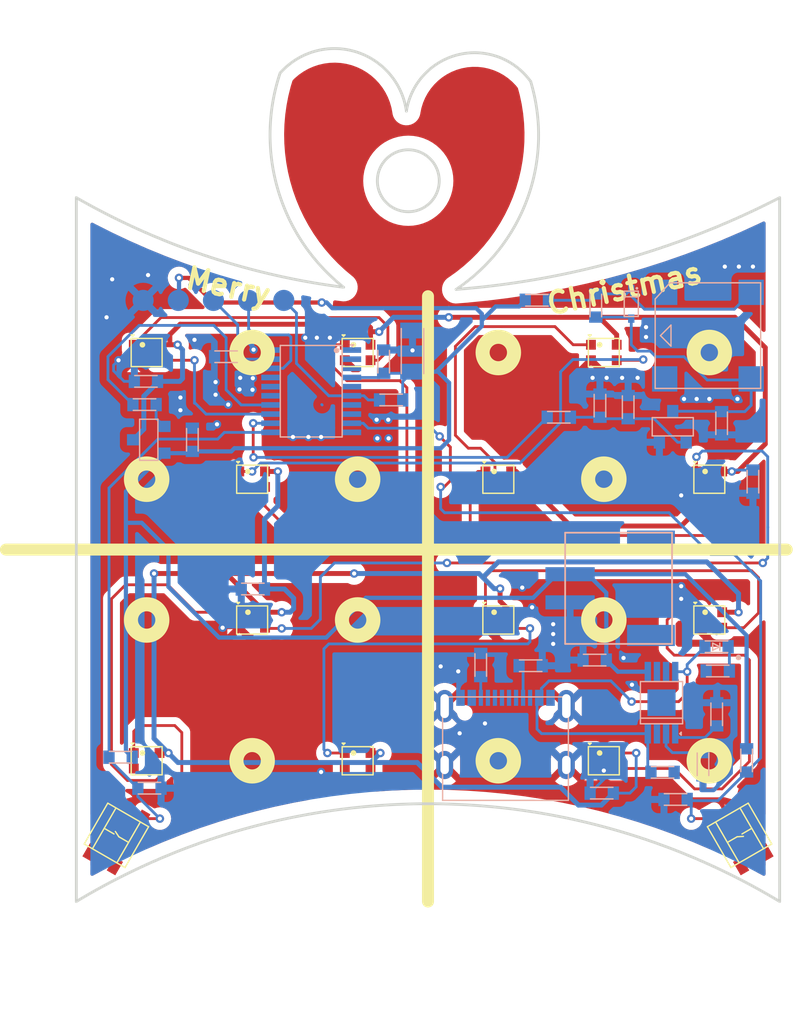
<source format=kicad_pcb>
(kicad_pcb (version 20240108) (generator "pcbnew") (generator_version "8.0")
  (layers (0 "F.Cu" signal) (31 "B.Cu" signal) (34 "B.Paste" user) (35 "F.Paste" user) (36 "B.SilkS" user "B.Silkscreen") (37 "F.SilkS" user "F.Silkscreen") (38 "B.Mask" user) (39 "F.Mask" user) (44 "Edge.Cuts" user))
  (net 0 "")
  (net 1 "/DIN")
  (net 2 "WS_SUPPLY")
  (net 6 "VDD")
  (net 7 "/BTN1")
  (net 12 "Net-(Q2-G)")
  (net 13 "Net-(Q2-D)")
  (net 14 "Net-(C13-Pad2)")
  (net 16 "Net-(CONN2-DP1)")
  (net 17 "VUSB")
  (net 18 "Net-(CONN2-DN1)")
  (net 20 "/PERIPH_SUPPLY")
  (net 22 "/SW_DIO")
  (net 23 "GND")
  (net 24 "Net-(LED1-DO)")
  (net 25 "/BTN2")
  (net 26 "Net-(LED2-DO)")
  (net 27 "Net-(LED3-DO)")
  (net 29 "/RST")
  (net 30 "Net-(LED5-DO)")
  (net 31 "/SW_CLK")
  (net 32 "/BUZZER")
  (net 33 "Net-(LED6-DO)")
  (net 34 "Net-(IC2-TEMP)")
  (net 35 "Net-(LED7-DO)")
  (net 36 "Net-(IC2-PROG)")
  (net 37 "Net-(LED4-DO)")
  (net 38 "Net-(LED8-DO)")
  (net 39 "Net-(Q1-G)")
  (net 40 "Net-(LED10-DI)")
  (net 42 "Net-(LED10-DO)")
  (net 43 "Net-(LED11-DO)")
  (net 45 "Net-(CONN2-CC1)")
  (net 46 "Net-(CONN2-CC2)")
  (net 50 "Net-(IC2-CHRG)")
  (net 51 "Net-(LED13-K)")
  (footprint "BornaKiCad:TSA007A1518B03" (layer "F.Cu") (at 147.15 115.3 -60)
    (property "Reference" "SW1")
    (property "Value" "BZCN_TSA007A1518B03")
  )
  (footprint "BornaKiCad:WS2812B-2020" (layer "F.Cu") (at 145 90)
    (property "Reference" "LED6")
    (property "Value" "WS2812B-2020")
  )
  (footprint "BornaKiCad:WS2812B-2020" (layer "F.Cu") (at 130 90)
    (property "Reference" "LED5")
    (property "Value" "WS2812B-2020")
  )
  (footprint "BornaKiCad:WS2812B-2020" (layer "F.Cu") (at 105 110)
    (property "Reference" "LED8")
    (property "Value" "WS2812B-2020")
  )
  (footprint "BornaKiCad:WS2812B-2020" (layer "F.Cu") (at 145 100)
    (property "Reference" "LED11")
    (property "Value" "WS2812B-2020" (hide yes))
  )
  (footprint "BornaKiCad:WS2812B-2020" (layer "F.Cu") (at 137.5 110)
    (property "Reference" "LED12")
    (property "Value" "WS2812B-2020")
  )
  (footprint "BornaKiCad:WS2812B-2020" (layer "F.Cu") (at 120 81)
    (property "Reference" "LED2")
    (property "Value" "WS2812B-2020")
  )
  (footprint "BornaKiCad:WS2812B-2020" (layer "F.Cu") (at 120 110)
    (property "Reference" "LED9")
    (property "Value" "WS2812B-2020")
  )
  (footprint "BornaKiCad:WS2812B-2020" (layer "F.Cu") (at 112.5 100)
    (property "Reference" "LED7")
    (property "Value" "WS2812B-2020")
  )
  (footprint "BornaKiCad:WS2812B-2020" (layer "F.Cu") (at 105 81)
    (property "Reference" "LED1")
    (property "Value" "WS2812B-2020")
  )
  (footprint "BornaKiCad:TSA007A1518B03" (layer "F.Cu") (at 102.85 115.3 60)
    (property "Reference" "SW2")
    (property "Value" "BZCN_TSA007A1518B03")
  )
  (footprint "BornaKiCad:WS2812B-2020" (layer "F.Cu") (at 130 100)
    (property "Reference" "LED10")
    (property "Value" "WS2812B-2020")
  )
  (footprint "BornaKiCad:WS2812B-2020" (layer "F.Cu") (at 112.5 90)
    (property "Reference" "LED3")
    (property "Value" "WS2812B-2020")
  )
  (footprint "BornaKiCad:WS2812B-2020" (layer "F.Cu") (at 137.5 81)
    (property "Reference" "LED4")
    (property "Value" "WS2812B-2020")
  )
  (footprint "BornaKiCad:R0603" (layer "B.Cu") (at 144.55 110.25 90)
    (property "Reference" "R4")
    (property "Value" "10k")
  )
  (footprint "BornaKiCad:TSSOP20" (layer "B.Cu") (at 116.7 83.75 180)
    (property "Reference" "IC1")
    (property "Value" "STM32C011F6")
  )
  (footprint "BornaKiCad:C0603" (layer "B.Cu") (at 141.675 110.825 180)
    (property "Reference" "C2")
    (property "Value" "100n")
  )
  (footprint "BornaKiCad:C0603" (layer "B.Cu") (at 112.55 97.8)
    (property "Reference" "C5")
    (property "Value" "100n")
  )
  (footprint "BornaKiCad:R0603" (layer "B.Cu") (at 108.25 87.2 -90)
    (property "Reference" "R11" (hide yes))
    (property "Value" "100k")
  )
  (footprint "BornaKiCad:C0603" (layer "B.Cu") (at 105.2 111.95 180)
    (property "Reference" "C10")
    (property "Value" "100n")
  )
  (footprint "BornaKiCad:R0603" (layer "B.Cu") (at 128.75 103.2 90)
    (property "Reference" "R2")
    (property "Value" "5k1")
  )
  (footprint "BornaKiCad:R0603" (layer "B.Cu") (at 103.15 109.75)
    (property "Reference" "R10" (hide yes))
    (property "Value" "10k")
  )
  (footprint "BornaKiCad:R0603" (layer "B.Cu") (at 122.38 84.37 180)
    (property "Reference" "R7")
    (property "Value" "100k")
  )
  (footprint "BornaKiCad:R0603" (layer "B.Cu") (at 110.65 81.3)
    (property "Reference" "R8")
    (property "Value" "100k")
  )
  (footprint "BornaKiCad:C1206" (layer "B.Cu") (at 123.9 80.9 -90)
    (property "Reference" "C8")
    (property "Value" "10uF")
  )
  (footprint "BornaKiCad:C0603" (layer "B.Cu") (at 148.1 90.175 90)
    (property "Reference" "C4")
    (property "Value" "100n")
  )
  (footprint "BornaKiCad:R0603" (layer "B.Cu") (at 145.6 103.625)
    (property "Reference" "R3")
    (property "Value" "10k")
  )
  (footprint "BornaKiCad:C0603" (layer "B.Cu") (at 121.85 81.65 -90)
    (property "Reference" "C7")
    (property "Value" "100n")
  )
  (footprint "BornaKiCad:SOD323" (layer "B.Cu") (at 139.45 77.54 90)
    (property "Reference" "D1")
    (property "Value" "BAT20JFILM")
  )
  (footprint "BornaKiCad:SOT-23-3L" (layer "B.Cu") (at 142.4 86.275 180)
    (property "Reference" "Q2")
    (property "Value" "CJ3400")
  )
  (footprint "BornaKiCad:LED_0603" (layer "B.Cu") (at 145.55 101.9)
    (property "Reference" "LED13")
    (property "Value" "~")
  )
  (footprint "BornaKiCad:TYPE-C_16PIN_2MD(073)" (layer "B.Cu") (at 130.51 109.14 180)
    (property "Reference" "CONN2")
    (property "Value" "TYPE-C_16PIN_2MD(073)")
  )
  (footprint "BornaKiCad:R0603" (layer "B.Cu") (at 104.85 84.7)
    (property "Reference" "R6")
    (property "Value" "100R")
  )
  (footprint "BornaKiCad:R0603" (layer "B.Cu") (at 147.65 109.975 90)
    (property "Reference" "R9")
    (property "Value" "10k")
  )
  (footprint "BornaKiCad:TP-1_5mm" (layer "B.Cu") (at 107.25 77.3 -90)
    (property "Reference" "TP2")
    (property "Value" "~")
  )
  (footprint "BornaKiCad:C0603" (layer "B.Cu") (at 137.35 112.3)
    (property "Reference" "C6")
    (property "Value" "100n")
  )
  (footprint "BornaKiCad:JST_S2B-PH-SM4-TB" (layer "B.Cu") (at 135.1 97.75 90)
    (property "Reference" "CONN1")
    (property "Value" "S2B-PH-SM4-TB")
  )
  (footprint "BornaKiCad:EMSOP" (layer "B.Cu") (at 141.6 105.875 90)
    (property "Reference" "IC2")
    (property "Value" "TP4056-42")
  )
  (footprint "BornaKiCad:R0603" (layer "B.Cu") (at 145.525 106.7 -90)
    (property "Reference" "R5")
    (property "Value" "10k")
  )
  (footprint "BornaKiCad:TP-1_5mm" (layer "B.Cu") (at 114.75 77.3 -90)
    (property "Reference" "TP5")
    (property "Value" "~")
  )
  (footprint "BornaKiCad:C0603" (layer "B.Cu") (at 142.6 112.75)
    (property "Reference" "C9")
    (property "Value" "100n")
  )
  (footprint "BornaKiCad:TP-1_5mm" (layer "B.Cu") (at 109.75 77.3 -90)
    (property "Reference" "TP3")
    (property "Value" "~")
  )
  (footprint "BornaKiCad:C0603" (layer "B.Cu") (at 136.93 77.66 90)
    (property "Reference" "C13")
    (property "Value" "10n")
  )
  (footprint "BornaKiCad:C0603" (layer "B.Cu") (at 137.225 84.775 -90)
    (property "Reference" "C11")
    (property "Value" "DNP")
  )
  (footprint "BornaKiCad:R0603" (layer "B.Cu") (at 134.3 85.6)
    (property "Reference" "R12")
    (property "Value" "100R")
  )
  (footprint "BornaKiCad:C0603" (layer "B.Cu") (at 136.85 102.85)
    (property "Reference" "C3")
    (property "Value" "100n")
  )
  (footprint "BornaKiCad:TP-1_5mm" (layer "B.Cu") (at 104.75 77.3 -90)
    (property "Reference" "TP1")
    (property "Value" "~")
  )
  (footprint "BornaKiCad:SOT-23-3L" (layer "B.Cu") (at 105.15 87.2 -90)
    (property "Reference" "Q1")
    (property "Value" "AO3401A")
  )
  (footprint "BornaKiCad:TP-1_5mm" (layer "B.Cu") (at 112.25 77.3 -90)
    (property "Reference" "TP4")
    (property "Value" "~")
  )
  (footprint "BornaKiCad:MTL-7525" (layer "B.Cu") (at 144.9 79.8 180)
    (property "Reference" "SPK1")
    (property "Value" "MLT-7525")
  )
  (footprint "BornaKiCad:R0603" (layer "B.Cu") (at 132.74 77.29 180)
    (property "Reference" "R14")
    (property "Value" "10R")
  )
  (footprint "BornaKiCad:R0603" (layer "B.Cu") (at 139.23 84.88 -90)
    (property "Reference" "R13")
    (property "Value" "100k")
  )
  (footprint "BornaKiCad:R0603" (layer "B.Cu") (at 132.3 103.25)
    (property "Reference" "R1")
    (property "Value" "5k1")
  )
  (footprint "BornaKiCad:C0603" (layer "B.Cu") (at 104.95 83.05)
    (property "Reference" "C1")
    (property "Value" "100n")
  )
  (footprint "BornaKiCad:C0603" (layer "B.Cu") (at 145.875 86.025 90)
    (property "Reference" "C12")
    (property "Value" "DNP")
  )
  (gr_circle (center 145 81) (end 146.118034 81) (stroke (width 1)) (fill none) (layer "F.SilkS"))
  (gr_circle (center 145 110) (end 146.118034 110) (stroke (width 1)) (fill none) (layer "F.SilkS"))
  (gr_circle (center 130 110) (end 131.118034 110) (stroke (width 1)) (fill none) (layer "F.SilkS"))
  (gr_circle (center 120 90) (end 121.118034 90) (stroke (width 1)) (fill none) (layer "F.SilkS"))
  (gr_line (start 125 120) (end 125 77) (stroke (width 0.85)) (layer "F.SilkS"))
  (gr_circle (center 137.5 90) (end 138.618034 90) (stroke (width 1)) (fill none) (layer "F.SilkS"))
  (gr_circle (center 112.5 81) (end 113.618034 81) (stroke (width 1)) (fill none) (layer "F.SilkS"))
  (gr_circle (center 105 90) (end 106.118034 90) (stroke (width 1)) (fill none) (layer "F.SilkS"))
  (gr_line (start 95 95) (end 150.5 95) (stroke (width 0.85)) (layer "F.SilkS"))
  (gr_circle (center 112.5 110) (end 113.618034 110) (stroke (width 1)) (fill none) (layer "F.SilkS"))
  (gr_circle (center 137.5 100) (end 138.618034 100) (stroke (width 1)) (fill none) (layer "F.SilkS"))
  (gr_circle (center 120 100) (end 121.118034 100) (stroke (width 1)) (fill none) (layer "F.SilkS"))
  (gr_circle (center 105 100) (end 106.118034 100) (stroke (width 1)) (fill none) (layer "F.SilkS"))
  (gr_circle (center 130 81) (end 131.118034 81) (stroke (width 1)) (fill none) (layer "F.SilkS"))
  (gr_arc (start 123.465836 63.853887) (mid 127.177031 59.837949) (end 132.299998 61.75) (stroke (width 0.2)) (layer "Edge.Cuts"))
  (gr_arc (start 132.299998 61.75) (mid 132.087681 70.008002) (end 127 76.516087) (stroke (width 0.2)) (layer "Edge.Cuts"))
  (gr_arc (start 119 76.36521) (mid 114.34073 69.462737) (end 114.491712 61.136266) (stroke (width 0.2)) (layer "Edge.Cuts"))
  (gr_line (start 150 70) (end 150 120) (stroke (width 0.2)) (layer "Edge.Cuts"))
  (gr_arc (start 150 70) (mid 138.826112 74.40913) (end 127 76.516087) (stroke (width 0.2)) (layer "Edge.Cuts"))
  (gr_circle (center 123.6 68.8) (end 125.8 68.8) (stroke (width 0.2)) (fill none) (layer "Edge.Cuts"))
  (gr_arc (start 100 120) (mid 125 113.054162) (end 150 120) (stroke (width 0.2)) (layer "Edge.Cuts"))
  (gr_arc (start 114.500954 61.136266) (mid 119.853355 59.631527) (end 123.465834 63.857923) (stroke (width 0.2)) (layer "Edge.Cuts"))
  (gr_arc (start 119 76.36521) (mid 109.186094 74.119608) (end 100 70) (stroke (width 0.2)) (layer "Edge.Cuts"))
  (gr_line (start 100 70) (end 100 120) (stroke (width 0.2)) (layer "Edge.Cuts"))
  (gr_text "Merry" (at 107.5 76.5 348) (layer "F.SilkS") (effects (font (size 1.5 1.5) (thickness 0.3) (bold yes)) (justify left bottom)))
  (gr_text "Christmas\n" (at 133.5 78.5 12) (layer "F.SilkS") (effects (font (size 1.5 1.5) (thickness 0.3) (bold yes)) (justify left bottom)))
  (segment (start 147.975 81.775) (end 149 81.775) (width 0) (layer "B.Cu") (net 0))
  (segment (start 148.75 81.76) (end 148.75 81.775) (width 0) (layer "B.Cu") (net 0))
  (segment (start 149 81.775) (end 149 77.825) (width 0) (layer "B.Cu") (net 0))
  (segment (start 146.84 82.65) (end 146.84 81.81) (width 0) (layer "B.Cu") (net 0))
  (segment (start 148.75 81.775) (end 147.975 81.775) (width 0) (layer "B.Cu") (net 0))
  (segment (start 149 78.1) (end 147.975 79.125) (width 0) (layer "B.Cu") (net 0))
  (segment (start 147.975 79.125) (end 147.975 81.775) (width 0) (layer "B.Cu") (net 0))
  (segment (start 146.84 81.81) (end 146.89 81.76) (width 0) (layer "B.Cu") (net 0))
  (segment (start 149 77.825) (end 149 78.1) (width 0) (layer "B.Cu") (net 0))
  (segment (start 146.89 81.76) (end 148.75 81.76) (width 0) (layer "B.Cu") (net 0))
  (segment (start 105.915 81.55) (end 108 81.55) (width 0.2) (layer "F.Cu") (net 1))
  (segment (start 108 81.55) (end 108.4 81.55) (width 0.2) (layer "F.Cu") (net 1))
  (via (at 108.4 81.55) (size 0.6) (drill 0.3) (layers "F.Cu" "B.Cu") (net 1))
  (segment (start 109.225 85.375) (end 113.825 85.375) (width 0.2) (layer "B.Cu") (net 1))
  (segment (start 108.4 81.55) (end 108.4 84.6) (width 0.2) (layer "B.Cu") (net 1))
  (segment (start 108.45 84.6) (end 109.225 85.375) (width 0.2) (layer "B.Cu") (net 1))
  (segment (start 108.4 84.6) (end 108.45 84.6) (width 0.2) (layer "B.Cu") (net 1))
  (segment (start 110.45 96.7) (end 119.75 96.7) (width 0.35) (layer "F.Cu") (net 2))
  (segment (start 148.975 87.5) (end 147.025 89.45) (width 0.35) (layer "F.Cu") (net 2))
  (segment (start 145.915 99.45) (end 147.075 99.45) (width 0.35) (layer "F.Cu") (net 2))
  (segment (start 106.65 80.45) (end 107.2 80.45) (width 0.35) (layer "F.Cu") (net 2))
  (segment (start 130.125 98.66) (end 130.915 99.45) (width 0.35) (layer "F.Cu") (net 2))
  (segment (start 105.915 109.45) (end 106.55 109.45) (width 0.35) (layer "F.Cu") (net 2))
  (segment (start 145.915 89.45) (end 145.365 89.45) (width 0.35) (layer "F.Cu") (net 2))
  (segment (start 113.415 99.45) (end 114.6 99.45) (width 0.35) (layer "F.Cu") (net 2))
  (segment (start 147.025 89.45) (end 145.915 89.45) (width 0.35) (layer "F.Cu") (net 2))
  (segment (start 144.81 91.515) (end 143 93.325) (width 0.35) (layer "F.Cu") (net 2))
  (segment (start 130.125 97.775) (end 130.125 98.66) (width 0.35) (layer "F.Cu") (net 2))
  (segment (start 138.415 109.45) (end 139.8 109.45) (width 0.2) (layer "F.Cu") (net 2))
  (segment (start 138.415 79.74) (end 138.415 80.45) (width 0.35) (layer "F.Cu") (net 2))
  (segment (start 105.915 80.45) (end 106.65 80.45) (width 0.35) (layer "F.Cu") (net 2))
  (segment (start 145.365 89.45) (end 144.81 90.005) (width 0.35) (layer "F.Cu") (net 2))
  (segment (start 119.75 96.7) (end 119.825 96.7) (width 0.35) (layer "F.Cu") (net 2))
  (segment (start 106.65 80.45) (end 106.65 79.725) (width 0.35) (layer "F.Cu") (net 2))
  (segment (start 146.825 78.5) (end 148.975 80.65) (width 0.35) (layer "F.Cu") (net 2))
  (segment (start 107.3825 78.9925) (end 120.675 78.9925) (width 0.35) (layer "F.Cu") (net 2))
  (segment (start 120.915 79.2325) (end 120.915 79.525) (width 0.35) (layer "F.Cu") (net 2))
  (segment (start 148.975 80.65) (end 148.975 87.5) (width 0.35) (layer "F.Cu") (net 2))
  (segment (start 131.265 89.45) (end 130.915 89.45) (width 0.35) (layer "F.Cu") (net 2))
  (segment (start 137.175 78.5) (end 138.415 79.74) (width 0.35) (layer "F.Cu") (net 2))
  (segment (start 113.415 99.45) (end 110.665 96.7) (width 0.35) (layer "F.Cu") (net 2))
  (segment (start 120.915 79.525) (end 120.915 80.45) (width 0.35) (layer "F.Cu") (net 2))
  (segment (start 120.675 78.9925) (end 120.915 79.2325) (width 0.35) (layer "F.Cu") (net 2))
  (segment (start 126.475 78.5) (end 137.175 78.5) (width 0.35) (layer "F.Cu") (net 2))
  (segment (start 120.915 79.525) (end 121.525 79.525) (width 0.35) (layer "F.Cu") (net 2))
  (segment (start 144.81 90.005) (end 144.81 91.515) (width 0.35) (layer "F.Cu") (net 2))
  (segment (start 110.45 96.7) (end 105.525 96.7) (width 0.35) (layer "F.Cu") (net 2))
  (segment (start 145.915 89.45) (end 146.6 89.45) (width 0.2) (layer "F.Cu") (net 2))
  (segment (start 110.665 96.7) (end 110.45 96.7) (width 0.35) (layer "F.Cu") (net 2))
  (segment (start 106.65 79.725) (end 107.3825 78.9925) (width 0.35) (layer "F.Cu") (net 2))
  (segment (start 121.615 109.45) (end 120.915 109.45) (width 0.35) (layer "F.Cu") (net 2))
  (segment (start 143 93.325) (end 135.14 93.325) (width 0.35) (layer "F.Cu") (net 2))
  (segment (start 135.14 93.325) (end 131.265 89.45) (width 0.35) (layer "F.Cu") (net 2))
  (segment (start 137.175 78.5) (end 146.825 78.5) (width 0.35) (layer "F.Cu") (net 2))
  (segment (start 113.415 89.45) (end 114.325 89.45) (width 0.35) (layer "F.Cu") (net 2))
  (via (at 121.615 109.45) (size 0.6) (drill 0.3) (layers "F.Cu" "B.Cu") (net 2))
  (via (at 119.75 96.7) (size 0.6) (drill 0.3) (layers "F.Cu" "B.Cu") (net 2))
  (via (at 121.525 79.525) (size 0.6) (drill 0.3) (layers "F.Cu" "B.Cu") (net 2))
  (via (at 106.55 109.45) (size 0.6) (drill 0.3) (layers "F.Cu" "B.Cu") (net 2))
  (via (at 130.125 97.775) (size 0.6) (drill 0.3) (layers "F.Cu" "B.Cu") (net 2))
  (via (at 114.325 89.45) (size 0.6) (drill 0.3) (layers "F.Cu" "B.Cu") (net 2))
  (via (at 105.525 96.7) (size 0.6) (drill 0.3) (layers "F.Cu" "B.Cu") (net 2))
  (via (at 126.475 78.5) (size 0.6) (drill 0.3) (layers "F.Cu" "B.Cu") (net 2))
  (via (at 114.6 99.45) (size 0.6) (drill 0.3) (layers "F.Cu" "B.Cu") (net 2))
  (via (at 139.8 109.45) (size 0.6) (drill 0.3) (layers "F.Cu" "B.Cu") (net 2))
  (via (at 107.2 80.45) (size 0.6) (drill 0.3) (layers "F.Cu" "B.Cu") (net 2))
  (via (at 147.075 99.45) (size 0.6) (drill 0.3) (layers "F.Cu" "B.Cu") (net 2))
  (via (at 146.6 89.45) (size 0.6) (drill 0.3) (layers "F.Cu" "B.Cu") (net 2))
  (segment (start 104.8 86.45) (end 104.05 87.2) (width 0.35) (layer "B.Cu") (net 2))
  (segment (start 124.231142 110.125) (end 125.982763 111.876621) (width 0.35) (layer "B.Cu") (net 2))
  (segment (start 107.2 80.45) (end 107.55 80.8) (width 0.35) (layer "B.Cu") (net 2))
  (segment (start 148.1 89.35) (end 146.7 89.35) (width 0.2) (layer "B.Cu") (net 2))
  (segment (start 128.9 96.975) (end 129.5 97.575) (width 0.35) (layer "B.Cu") (net 2))
  (segment (start 121.525 79.525) (end 122.55 78.5) (width 0.35) (layer "B.Cu") (net 2))
  (segment (start 107.35 83.05) (end 105.775 83.05) (width 0.35) (layer "B.Cu") (net 2))
  (segment (start 105.775 83.125) (end 104.8 84.1) (width 0.35) (layer "B.Cu") (net 2))
  (segment (start 147.075 98.125) (end 147.075 99.45) (width 0.35) (layer "B.Cu") (net 2))
  (segment (start 129.5 97.575) (end 129.7 97.775) (width 0.35) (layer "B.Cu") (net 2))
  (segment (start 137.325 113.15) (end 138.175 112.3) (width 0.35) (layer "B.Cu") (net 2))
  (segment (start 144.825 95.875) (end 147.075 98.125) (width 0.35) (layer "B.Cu") (net 2))
  (segment (start 105.775 83.05) (end 105.775 83.125) (width 0.35) (layer "B.Cu") (net 2))
  (segment (start 120.94 110.125) (end 124.231142 110.125) (width 0.35) (layer "B.Cu") (net 2))
  (segment (start 139.8 111.85) (end 139.35 112.3) (width 0.2) (layer "B.Cu") (net 2))
  (segment (start 128.9 96.975) (end 130 95.875) (width 0.35) (layer "B.Cu") (net 2))
  (segment (start 115.45 98.45) (end 114.8 97.8) (width 0.35) (layer "B.Cu") (net 2))
  (segment (start 114.8 97.8) (end 113.375 97.8) (width 0.35) (layer "B.Cu") (net 2))
  (segment (start 134.422026 111.876621) (end 135.695405 113.15) (width 0.35) (layer "B.Cu") (net 2))
  (segment (start 128.625 96.7) (end 128.9 96.975) (width 0.35) (layer "B.Cu") (net 2))
  (segment (start 139.8 109.45) (end 139.8 111.85) (width 0.2) (layer "B.Cu") (net 2))
  (segment (start 106.55 109.45) (end 105.525 108.425) (width 0.35) (layer "B.Cu") (net 2))
  (segment (start 121.615 109.45) (end 120.94 110.125) (width 0.35) (layer "B.Cu") (net 2))
  (segment (start 107.225 110.125) (end 106.55 109.45) (width 0.35) (layer "B.Cu") (net 2))
  (segment (start 122.55 78.5) (end 126.475 78.5) (width 0.35) (layer "B.Cu") (net 2))
  (segment (start 104.8 84.1) (end 104.8 86.45) (width 0.35) (layer "B.Cu") (net 2))
  (segment (start 139.35 112.3) (end 138.175 112.3) (width 0.2) (layer "B.Cu") (net 2))
  (segment (start 113.375 92.85) (end 113.375 97.8) (width 0.35) (layer "B.Cu") (net 2))
  (segment (start 107.55 82.85) (end 107.35 83.05) (width 0.35) (layer "B.Cu") (net 2))
  (segment (start 114.325 89.45) (end 114.325 91.9) (width 0.35) (layer "B.Cu") (net 2))
  (segment (start 115.45 99.2) (end 115.45 98.45) (width 0.35) (layer "B.Cu") (net 2))
  (segment (start 130 95.875) (end 144.825 95.875) (width 0.35) (layer "B.Cu") (net 2))
  (segment (start 115.2 99.45) (end 115.45 99.2) (width 0.35) (layer "B.Cu") (net 2))
  (segment (start 125.982763 111.876621) (end 134.422026 111.876621) (width 0.35) (layer "B.Cu") (net 2))
  (segment (start 146.7 89.35) (end 146.6 89.45) (width 0.2) (layer "B.Cu") (net 2))
  (segment (start 129.7 97.775) (end 130.125 97.775) (width 0.35) (layer "B.Cu") (net 2))
  (segment (start 105.525 108.425) (end 105.525 96.7) (width 0.35) (layer "B.Cu") (net 2))
  (segment (start 120.94 110.125) (end 107.225 110.125) (width 0.35) (layer "B.Cu") (net 2))
  (segment (start 114.6 99.45) (end 115.2 99.45) (width 0.35) (layer "B.Cu") (net 2))
  (segment (start 107.55 80.8) (end 107.55 82.85) (width 0.35) (layer "B.Cu") (net 2))
  (segment (start 114.325 91.9) (end 113.375 92.85) (width 0.35) (layer "B.Cu") (net 2))
  (segment (start 135.695405 113.15) (end 137.325 113.15) (width 0.35) (layer "B.Cu") (net 2))
  (segment (start 119.75 96.7) (end 128.625 96.7) (width 0.35) (layer "B.Cu") (net 2))
  (segment (start 110.05 77.45) (end 109.75 77.45) (width 0.3) (layer "F.Cu") (net 6))
  (segment (start 108.1 75.8) (end 108 75.7) (width 0.3) (layer "F.Cu") (net 6))
  (segment (start 110.05 77.45) (end 117.45 77.45) (width 0.3) (layer "F.Cu") (net 6))
  (segment (start 107.5 75.7) (end 107.3 75.7) (width 0.3) (layer "F.Cu") (net 6))
  (segment (start 109.75 77.45) (end 108.1 75.8) (width 0.3) (layer "F.Cu") (net 6))
  (segment (start 108 75.7) (end 107.5 75.7) (width 0.3) (layer "F.Cu") (net 6))
  (via (at 107.3 75.7) (size 0.6) (drill 0.3) (layers "F.Cu" "B.Cu") (net 6))
  (via (at 117.45 77.45) (size 0.6) (drill 0.3) (layers "F.Cu" "B.Cu") (net 6))
  (segment (start 131.475 77.73) (end 131.915 77.29) (width 0.3) (layer "B.Cu") (net 6))
  (segment (start 106.55 95) (end 104.65 93.1) (width 0.3) (layer "B.Cu") (net 6))
  (segment (start 118.45 77.85) (end 118.2 77.85) (width 0.3) (layer "B.Cu") (net 6))
  (segment (start 123.7875 82.475) (end 123.9 82.3625) (width 0.2) (layer "B.Cu") (net 6))
  (segment (start 137.675 98.075) (end 136.35 96.75) (width 0.3) (layer "B.Cu") (net 6))
  (segment (start 123.9 82.3625) (end 125.5875 82.3625) (width 0.3) (layer "B.Cu") (net 6))
  (segment (start 119.575 82.775) (end 121.55 82.775) (width 0.2) (layer "B.Cu") (net 6))
  (segment (start 104.65 93.1) (end 103.525 93.1) (width 0.3) (layer "B.Cu") (net 6))
  (segment (start 103.975 109.75) (end 103.525 109.3) (width 0.3) (layer "B.Cu") (net 6))
  (segment (start 126.5 83.15) (end 125.65 82.3) (width 0.3) (layer "B.Cu") (net 6))
  (segment (start 123.205 84.37) (end 123.205 83.0575) (width 0.2) (layer "B.Cu") (net 6))
  (segment (start 108.125 88.15) (end 108.25 88.025) (width 0.3) (layer "B.Cu") (net 6))
  (segment (start 125.909239 87.8) (end 126.10462 87.60462) (width 0.3) (layer "B.Cu") (net 6))
  (segment (start 118.2 77.85) (end 117.8 77.45) (width 0.3) (layer "B.Cu") (net 6))
  (segment (start 135.1 96.75) (end 143.3 96.75) (width 0.3) (layer "B.Cu") (net 6))
  (segment (start 125.90924 87.8) (end 126.10462 87.60462) (width 0.3) (layer "B.Cu") (net 6))
  (segment (start 111.24071 87.8) (end 125.90924 87.8) (width 0.3) (layer "B.Cu") (net 6))
  (segment (start 111.01571 88.025) (end 111.24071 87.8) (width 0.3) (layer "B.Cu") (net 6))
  (segment (start 137.675 102.85) (end 137.675 98.075) (width 0.3) (layer "B.Cu") (net 6))
  (segment (start 132.475 98.425) (end 120.588604 98.425) (width 0.3) (layer "B.Cu") (net 6))
  (segment (start 128.825 79.125) (end 128.825 78.72) (width 0.3) (layer "B.Cu") (net 6))
  (segment (start 128.825 78.72) (end 128.825 78.25) (width 0.3) (layer "B.Cu") (net 6))
  (segment (start 138.5 103.675) (end 137.675 102.85) (width 0.3) (layer "B.Cu") (net 6))
  (segment (start 128.425 77.85) (end 118.45 77.85) (width 0.3) (layer "B.Cu") (net 6))
  (segment (start 140.625 103.675) (end 138.5 103.675) (width 0.3) (layer "B.Cu") (net 6))
  (segment (start 118.45 77.85) (end 118.3 77.85) (width 0.3) (layer "B.Cu") (net 6))
  (segment (start 121.55 82.775) (end 121.85 82.475) (width 0.2) (layer "B.Cu") (net 6))
  (segment (start 126.10462 87.60462) (end 126.5 87.209239) (width 0.3) (layer "B.Cu") (net 6))
  (segment (start 117.763604 101.25) (end 110.15 101.25) (width 0.3) (layer "B.Cu") (net 6))
  (segment (start 107.3 75.7) (end 107.3 77.25) (width 0.3) (layer "B.Cu") (net 6))
  (segment (start 103.525 93.1) (end 103.525 90.875) (width 0.3) (layer "B.Cu") (net 6))
  (segment (start 110.15 101.25) (end 106.55 97.65) (width 0.3) (layer "B.Cu") (net 6))
  (segment (start 103.525 109.3) (end 103.525 93.1) (width 0.3) (layer "B.Cu") (net 6))
  (segment (start 121.85 82.475) (end 123.7875 82.475) (width 0.2) (layer "B.Cu") (net 6))
  (segment (start 135.1 96.75) (end 134.15 96.75) (width 0.3) (layer "B.Cu") (net 6))
  (segment (start 120.588604 98.425) (end 117.763604 101.25) (width 0.3) (layer "B.Cu") (net 6))
  (segment (start 129.815 77.73) (end 131.475 77.73) (width 0.3) (layer "B.Cu") (net 6))
  (segment (start 125.65 82.3) (end 128.825 79.125) (width 0.3) (layer "B.Cu") (net 6))
  (segment (start 136.35 96.75) (end 135.1 96.75) (width 0.2) (layer "B.Cu") (net 6))
  (segment (start 128.825 78.72) (end 129.815 77.73) (width 0.3) (layer "B.Cu") (net 6))
  (segment (start 143.3 96.75) (end 147.65 101.1) (width 0.3) (layer "B.Cu") (net 6))
  (segment (start 126.5 87.209239) (end 126.5 83.15) (width 0.3) (layer "B.Cu") (net 6))
  (segment (start 147.65 101.1) (end 147.65 109.15) (width 0.3) (layer "B.Cu") (net 6))
  (segment (start 107.3 77.25) (end 107.25 77.3) (width 0.3) (layer "B.Cu") (net 6))
  (segment (start 125.5875 82.3625) (end 125.65 82.3) (width 0.3) (layer "B.Cu") (net 6))
  (segment (start 106.25 88.15) (end 108.125 88.15) (width 0.3) (layer "B.Cu") (net 6))
  (segment (start 103.525 90.875) (end 106.25 88.15) (width 0.3) (layer "B.Cu") (net 6))
  (segment (start 111.01571 88.025) (end 108.25 88.025) (width 0.3) (layer "B.Cu") (net 6))
  (segment (start 117.8 77.45) (end 117.45 77.45) (width 0.3) (layer "B.Cu") (net 6))
  (segment (start 128.825 78.25) (end 128.425 77.85) (width 0.3) (layer "B.Cu") (net 6))
  (segment (start 123.205 83.0575) (end 123.9 82.3625) (width 0.2) (layer "B.Cu") (net 6))
  (segment (start 106.55 97.65) (end 106.55 95) (width 0.3) (layer "B.Cu") (net 6))
  (segment (start 134.15 96.75) (end 132.475 98.425) (width 0.3) (layer "B.Cu") (net 6))
  (segment (start 126.57 90.13) (end 126.15 90.55) (width 0.2) (layer "F.Cu") (net 7))
  (segment (start 126.15 90.55) (end 125.9 90.55) (width 0.2) (layer "F.Cu") (net 7))
  (segment (start 147.258975 116.06125) (end 147.258975 117.48875) (width 0.2) (layer "F.Cu") (net 7))
  (segment (start 126.59 90.13) (end 126.57 90.13) (width 0.2) (layer "F.Cu") (net 7))
  (segment (start 125.83 86.96) (end 126.59 87.72) (width 0.2) (layer "F.Cu") (net 7))
  (segment (start 145.308975 114.11125) (end 143.71125 114.11125) (width 0.2) (layer "F.Cu") (net 7))
  (segment (start 126.59 87.72) (end 126.59 90.13) (width 0.2) (layer "F.Cu") (net 7))
  (segment (start 145.308975 114.11125) (end 147.258975 116.06125) (width 0.2) (layer "F.Cu") (net 7))
  (via (at 125.83 86.96) (size 0.6) (drill 0.3) (layers "F.Cu" "B.Cu") (net 7))
  (via (at 125.9 90.55) (size 0.6) (drill 0.3) (layers "F.Cu" "B.Cu") (net 7))
  (via (at 143.71125 114.11125) (size 0.6) (drill 0.3) (layers "F.Cu" "B.Cu") (net 7))
  (segment (start 148.65 97.225) (end 146.775 95.35) (width 0.2) (layer "B.Cu") (net 7))
  (segment (start 143.71125 114.11125) (end 143.71125 113.03625) (width 0.2) (layer "B.Cu") (net 7))
  (segment (start 120.75 86.375) (end 125.245 86.375) (width 0.2) (layer "B.Cu") (net 7))
  (segment (start 120.4 86.025) (end 120.75 86.375) (width 0.2) (layer "B.Cu") (net 7))
  (segment (start 145.1 95.35) (end 142.13 92.38) (width 0.2) (layer "B.Cu") (net 7))
  (segment (start 143.425 112.75) (end 143.5125 112.8375) (width 0.2) (layer "B.Cu") (net 7))
  (segment (start 119.575 86.025) (end 120.4 86.025) (width 0.2) (layer "B.Cu") (net 7))
  (segment (start 145.6125 112.8375) (end 147.65 110.8) (width 0.2) (layer "B.Cu") (net 7))
  (segment (start 125.245 86.375) (end 125.83 86.96) (width 0.2) (layer "B.Cu") (net 7))
  (segment (start 125.9 92.1) (end 125.9 90.55) (width 0.2) (layer "B.Cu") (net 7))
  (segment (start 143.71125 113.03625) (end 143.425 112.75) (width 0.2) (layer "B.Cu") (net 7))
  (segment (start 147.65 110.8) (end 148.65 109.8) (width 0.2) (layer "B.Cu") (net 7))
  (segment (start 146.775 95.35) (end 145.1 95.35) (width 0.2) (layer "B.Cu") (net 7))
  (segment (start 126.18 92.38) (end 125.9 92.1) (width 0.2) (layer "B.Cu") (net 7))
  (segment (start 148.65 109.8) (end 148.65 97.225) (width 0.2) (layer "B.Cu") (net 7))
  (segment (start 142.13 92.38) (end 126.18 92.38) (width 0.2) (layer "B.Cu") (net 7))
  (segment (start 143.5125 112.8375) (end 145.6125 112.8375) (width 0.2) (layer "B.Cu") (net 7))
  (segment (start 141.08 85.705) (end 139.23 85.705) (width 0.2) (layer "B.Cu") (net 12))
  (segment (start 137.33 85.705) (end 137.225 85.6) (width 0.2) (layer "B.Cu") (net 12))
  (segment (start 139.23 85.705) (end 137.33 85.705) (width 0.2) (layer "B.Cu") (net 12))
  (segment (start 143.35 87.375) (end 142.75 87.375) (width 0.2) (layer "B.Cu") (net 12))
  (segment (start 135.125 85.6) (end 137.225 85.6) (width 0.2) (layer "B.Cu") (net 12))
  (segment (start 142.75 87.375) (end 141.08 85.705) (width 0.2) (layer "B.Cu") (net 12))
  (segment (start 147.9 82.95) (end 147.975 82.875) (width 0.2) (layer "B.Cu") (net 13))
  (segment (start 147.525 85.2) (end 147.975 84.75) (width 0.2) (layer "B.Cu") (net 13))
  (segment (start 145.875 85.2) (end 147.525 85.2) (width 0.2) (layer "B.Cu") (net 13))
  (segment (start 143.2 81.3) (end 144.85 82.95) (width 0.2) (layer "B.Cu") (net 13))
  (segment (start 141.2 81.3) (end 143.2 81.3) (width 0.2) (layer "B.Cu") (net 13))
  (segment (start 144.85 82.95) (end 147.9 82.95) (width 0.2) (layer "B.Cu") (net 13))
  (segment (start 139.34 78.485) (end 139.45 78.595) (width 0.2) (layer "B.Cu") (net 13))
  (segment (start 139.45 78.595) (end 139.45 80.45) (width 0.2) (layer "B.Cu") (net 13))
  (segment (start 139.45 80.45) (end 139.9 80.9) (width 0.2) (layer "B.Cu") (net 13))
  (segment (start 136.93 78.485) (end 139.34 78.485) (width 0.2) (layer "B.Cu") (net 13))
  (segment (start 147.975 84.75) (end 147.975 82.875) (width 0.2) (layer "B.Cu") (net 13))
  (segment (start 139.9 80.9) (end 140.8 80.9) (width 0.2) (layer "B.Cu") (net 13))
  (segment (start 145.85 85.175) (end 145.875 85.2) (width 0.2) (layer "B.Cu") (net 13))
  (segment (start 140.8 80.9) (end 141.2 81.3) (width 0.2) (layer "B.Cu") (net 13))
  (segment (start 142.4 85.175) (end 145.85 85.175) (width 0.2) (layer "B.Cu") (net 13))
  (segment (start 139.45 76.485) (end 139.45 76.98) (width 0.2) (layer "B.Cu") (net 14))
  (segment (start 139.45 76.98) (end 140.395 77.925) (width 0.2) (layer "B.Cu") (net 14))
  (segment (start 136.475 77.29) (end 136.93 76.835) (width 0.2) (layer "B.Cu") (net 14))
  (segment (start 140.395 77.925) (end 146.775 77.925) (width 0.2) (layer "B.Cu") (net 14))
  (segment (start 136.93 76.835) (end 139.1 76.835) (width 0.2) (layer "B.Cu") (net 14))
  (segment (start 147.74 76.725) (end 147.975 76.725) (width 0.2) (layer "B.Cu") (net 14))
  (segment (start 146.775 77.925) (end 147.975 76.725) (width 0.2) (layer "B.Cu") (net 14))
  (segment (start 139.1 76.835) (end 139.45 76.485) (width 0.2) (layer "B.Cu") (net 14))
  (segment (start 133.565 77.29) (end 136.475 77.29) (width 0.2) (layer "B.Cu") (net 14))
  (segment (start 142.825 105.8) (end 139.475 105.8) (width 0.2) (layer "F.Cu") (net 17))
  (segment (start 143.425 103.675) (end 143.425 105.2) (width 0.2) (layer "F.Cu") (net 17))
  (segment (start 143.425 105.2) (end 142.825 105.8) (width 0.2) (layer "F.Cu") (net 17))
  (via (at 143.425 103.675) (size 0.6) (drill 0.3) (layers "F.Cu" "B.Cu") (net 17))
  (via (at 139.475 105.8) (size 0.6) (drill 0.3) (layers "F.Cu" "B.Cu") (net 17))
  (segment (start 140.625 110.6) (end 140.85 110.825) (width 0.2) (layer "B.Cu") (net 17))
  (segment (start 133.6 104.325) (end 133.06 104.865) (width 0.2) (layer "B.Cu") (net 17))
  (segment (start 133.075 108.075) (end 132.75 107.75) (width 0.2) (layer "B.Cu") (net 17))
  (segment (start 142.575 103.675) (end 143.425 103.675) (width 0.2) (layer "B.Cu") (net 17))
  (segment (start 140.625 108.075) (end 140.625 110.6) (width 0.2) (layer "B.Cu") (net 17))
  (segment (start 133.06 104.865) (end 133.06 105.53) (width 0.2) (layer "B.Cu") (net 17))
  (segment (start 138 104.325) (end 133.6 104.325) (width 0.2) (layer "B.Cu") (net 17))
  (segment (start 140.625 108.075) (end 133.075 108.075) (width 0.2) (layer "B.Cu") (net 17))
  (segment (start 132.75 107.75) (end 132.75 105.54) (width 0.2) (layer "B.Cu") (net 17))
  (segment (start 143.425 103.162) (end 144.687 101.9) (width 0.2) (layer "B.Cu") (net 17))
  (segment (start 143.425 103.675) (end 143.425 103.162) (width 0.2) (layer "B.Cu") (net 17))
  (segment (start 139.475 105.8) (end 138 104.325) (width 0.2) (layer "B.Cu") (net 17))
  (segment (start 104.459925 79.075) (end 102.25 81.284925) (width 0.2) (layer "B.Cu") (net 20))
  (segment (start 110.65 79.95) (end 110.65 83.65) (width 0.2) (layer "B.Cu") (net 20))
  (segment (start 104.459925 79.075) (end 109.775 79.075) (width 0.2) (layer "B.Cu") (net 20))
  (segment (start 111.725 84.725) (end 113.825 84.725) (width 0.2) (layer "B.Cu") (net 20))
  (segment (start 102.25 82.925) (end 104.025 84.7) (width 0.2) (layer "B.Cu") (net 20))
  (segment (start 109.775 79.075) (end 110.65 79.95) (width 0.2) (layer "B.Cu") (net 20))
  (segment (start 110.65 83.65) (end 111.725 84.725) (width 0.2) (layer "B.Cu") (net 20))
  (segment (start 102.25 81.284925) (end 102.25 82.925) (width 0.2) (layer "B.Cu") (net 20))
  (segment (start 112.25 77.3) (end 112.25 79.35) (width 0.2) (layer "B.Cu") (net 22))
  (segment (start 112.25 79.35) (end 112.65 79.75) (width 0.2) (layer "B.Cu") (net 22))
  (segment (start 114.7 82.125) (end 115.25 81.575) (width 0.2) (layer "B.Cu") (net 22))
  (segment (start 113.825 82.125) (end 114.7 82.125) (width 0.2) (layer "B.Cu") (net 22))
  (segment (start 115.1 79.75) (end 112.65 79.75) (width 0.2) (layer "B.Cu") (net 22))
  (segment (start 115.25 79.9) (end 115.1 79.75) (width 0.2) (layer "B.Cu") (net 22))
  (segment (start 115.25 81.575) (end 115.25 79.9) (width 0.2) (layer "B.Cu") (net 22))
  (segment (start 104.085 81.55) (end 103 81.55) (width 0.2) (layer "F.Cu") (net 23))
  (segment (start 143.1 90.55) (end 144.085 90.55) (width 0.2) (layer "F.Cu") (net 23))
  (segment (start 111.585 100.55) (end 110.4 100.55) (width 0.2) (layer "F.Cu") (net 23))
  (segment (start 143 90.65) (end 143.1 90.55) (width 0.2) (layer "F.Cu") (net 23))
  (segment (start 143 91.15) (end 143 90.65) (width 0.2) (layer "F.Cu") (net 23))
  (via (at 138.9 102.7) (size 0.6) (drill 0.3) (layers "F.Cu" "B.Cu") (net 23))
  (via (at 139.5 104.6) (size 0.6) (drill 0.3) (layers "F.Cu" "B.Cu") (net 23))
  (via (at 143.2 84.3) (size 0.6) (drill 0.3) (layers "F.Cu" "B.Cu") (net 23))
  (via (at 144.1 84.3) (size 0.6) (drill 0.3) (layers "F.Cu" "B.Cu") (net 23))
  (via (at 140.5 79.9) (size 0.6) (drill 0.3) (layers "F.Cu" "B.Cu") (net 23))
  (via (at 110 86.1) (size 0.6) (drill 0.3) (layers "F.Cu" "B.Cu") (net 23))
  (via (at 139.9 82.8) (size 0.6) (drill 0.3) (layers "F.Cu" "B.Cu") (net 23))
  (via (at 123.9 80.85) (size 0.6) (drill 0.3) (layers "F.Cu" "B.Cu") (net 23))
  (via (at 107.4 84.2) (size 0.6) (drill 0.3) (layers "F.Cu" "B.Cu") (net 23))
  (via (at 102.15 78.5) (size 0.6) (drill 0.3) (layers "F.Cu" "B.Cu") (net 23))
  (via (at 117.4 110.8) (size 0.6) (drill 0.3) (layers "F.Cu" "B.Cu") (net 23))
  (via (at 118.025 79.95) (size 0.6) (drill 0.3) (layers "F.Cu" "B.Cu") (net 23))
  (via (at 136.7 82.8) (size 0.6) (drill 0.3) (layers "F.Cu" "B.Cu") (net 23))
  (via (at 116.275 79.95) (size 0.6) (drill 0.3) (layers "F.Cu" "B.Cu") (net 23))
  (via (at 112.525 83.65) (size 0.6) (drill 0.3) (layers "F.Cu" "B.Cu") (net 23))
  (via (at 133.9 101.7) (size 0.6) (drill 0.3) (layers "F.Cu" "B.Cu") (net 23))
  (via (at 129.05 107.35) (size 0.6) (drill 0.3) (layers "F.Cu" "B.Cu") (net 23))
  (via (at 147 84.3) (size 0.6) (drill 0.3) (layers "F.Cu" "B.Cu") (net 23))
  (via (at 121.35 85.775) (size 0.6) (drill 0.3) (layers "F.Cu" "B.Cu") (net 23))
  (via (at 109.9 84) (size 0.6) (drill 0.3) (layers "F.Cu" "B.Cu") (net 23))
  (via (at 116.5 87) (size 0.6) (drill 0.3) (layers "F.Cu" "B.Cu") (net 23))
  (via (at 117.1 79.95) (size 0.6) (drill 0.3) (layers "F.Cu" "B.Cu") (net 23))
  (via (at 145 84.3) (size 0.6) (drill 0.3) (layers "F.Cu" "B.Cu") (net 23))
  (via (at 121.4 87.1) (size 0.6) (drill 0.3) (layers "F.Cu" "B.Cu") (net 23))
  (via (at 107.4 85.1) (size 0.6) (drill 0.3) (layers "F.Cu" "B.Cu") (net 23))
  (via (at 133.9 100.3) (size 0.6) (drill 0.3) (layers "F.Cu" "B.Cu") (net 23))
  (via (at 138.8 82.8) (size 0.6) (drill 0.3) (layers "F.Cu" "B.Cu") (net 23))
  (via (at 137.7 82.8) (size 0.6) (drill 0.3) (layers "F.Cu" "B.Cu") (net 23))
  (via (at 105.1 75.5) (size 0.6) (drill 0.3) (layers "F.Cu" "B.Cu") (net 23))
  (via (at 111.6 83.625) (size 0.6) (drill 0.3) (layers "F.Cu" "B.Cu") (net 23))
  (via (at 108.4 80.1) (size 0.6) (drill 0.3) (layers "F.Cu" "B.Cu") (net 23))
  (via (at 111.65 82.8) (size 0.6) (drill 0.3) (layers "F.Cu" "B.Cu") (net 23))
  (via (at 110.8 84.7) (size 0.6) (drill 0.3) (layers "F.Cu" "B.Cu") (net 23))
  (via (at 146.1 74.9) (size 0.6) (drill 0.3) (layers "F.Cu" "B.Cu") (net 23))
  (via (at 132.4 99.1) (size 0.6) (drill 0.3) (layers "F.Cu" "B.Cu") (net 23))
  (via (at 127.15 103.65) (size 0.6) (drill 0.3) (layers "F.Cu" "B.Cu") (net 23))
  (via (at 147.1 74.9) (size 0.6) (drill 0.3) (layers "F.Cu" "B.Cu") (net 23))
  (via (at 137.5 110.7) (size 0.6) (drill 0.3) (layers "F.Cu" "B.Cu") (net 23))
  (via (at 131.7 97.7) (size 0.6) (drill 0.3) (layers "F.Cu" "B.Cu") (net 23))
  (via (at 143 98.5) (size 0.6) (drill 0.3) (layers "F.Cu" "B.Cu") (net 23))
  (via (at 148.1 74.9) (size 0.6) (drill 0.3) (layers "F.Cu" "B.Cu") (net 23))
  (via (at 127.25 108.05) (size 0.6) (drill 0.3) (layers "F.Cu" "B.Cu") (net 23))
  (via (at 125.9 103.3) (size 0.6) (drill 0.3) (layers "F.Cu" "B.Cu") (net 23))
  (via (at 115.4 87) (size 0.6) (drill 0.3) (layers "F.Cu" "B.Cu") (net 23))
  (via (at 122.175 85.775) (size 0.6) (drill 0.3) (layers "F.Cu" "B.Cu") (net 23))
  (via (at 112.6 80.8) (size 0.6) (drill 0.3) (layers "F.Cu" "B.Cu") (net 23))
  (via (at 102.55 75.8) (size 0.6) (drill 0.3) (layers "F.Cu" "B.Cu") (net 23))
  (via (at 112.55 82.825) (size 0.6) (drill 0.3) (layers "F.Cu" "B.Cu") (net 23))
  (via (at 103 81.55) (size 0.6) (drill 0.3) (layers "F.Cu" "B.Cu") (net 23))
  (via (at 140.5 79.2) (size 0.6) (drill 0.3) (layers "F.Cu" "B.Cu") (net 23))
  (via (at 117.4 87) (size 0.6) (drill 0.3) (layers "F.Cu" "B.Cu") (net 23))
  (via (at 110.4 100.55) (size 0.6) (drill 0.3) (layers "F.Cu" "B.Cu") (net 23))
  (via (at 122.2 87.1) (size 0.6) (drill 0.3) (layers "F.Cu" "B.Cu") (net 23))
  (via (at 143 91.15) (size 0.6) (drill 0.3) (layers "F.Cu" "B.Cu") (net 23))
  (via (at 109.9 83.1) (size 0.6) (drill 0.3) (layers "F.Cu" "B.Cu") (net 23))
  (via (at 143 97.6) (size 0.6) (drill 0.3) (layers "F.Cu" "B.Cu") (net 23))
  (via (at 133.9 101) (size 0.6) (drill 0.3) (layers "F.Cu" "B.Cu") (net 23))
  (segment (start 147.9 92.05) (end 143.2 92.05) (width 0.2) (layer "B.Cu") (net 23))
  (segment (start 111.05 97.8) (end 111.725 97.8) (width 0.2) (layer "B.Cu") (net 23))
  (segment (start 143 91.85) (end 143 91.15) (width 0.2) (layer "B.Cu") (net 23))
  (segment (start 148.1 91) (end 148.1 91.85) (width 0.2) (layer "B.Cu") (net 23))
  (segment (start 137.5 110.7) (end 137.5 110.8) (width 0.2) (layer "B.Cu") (net 23))
  (segment (start 110.4 98.45) (end 111.05 97.8) (width 0.2) (layer "B.Cu") (net 23))
  (segment (start 143.2 92.05) (end 143 91.85) (width 0.2) (layer "B.Cu") (net 23))
  (segment (start 137.5 111.325) (end 137.5 110.7) (width 0.2) (layer "B.Cu") (net 23))
  (segment (start 148.1 91.85) (end 147.9 92.05) (width 0.2) (layer "B.Cu") (net 23))
  (segment (start 137.5 111.325) (end 136.525 112.3) (width 0.2) (layer "B.Cu") (net 23))
  (segment (start 103 81.55) (end 102.65 81.9) (width 0.2) (layer "B.Cu") (net 23))
  (segment (start 110.4 100.55) (end 110.4 98.45) (width 0.2) (layer "B.Cu") (net 23))
  (segment (start 103.4 83.05) (end 104.125 83.05) (width 0.2) (layer "B.Cu") (net 23))
  (segment (start 102.65 81.9) (end 102.65 82.3) (width 0.2) (layer "B.Cu") (net 23))
  (segment (start 102.65 82.3) (end 103.4 83.05) (width 0.2) (layer "B.Cu") (net 23))
  (segment (start 123.9 79.4375) (end 123.9 80.85) (width 0.2) (layer "B.Cu") (net 23))
  (segment (start 121.465 81.55) (end 120.915 81.55) (width 0.2) (layer "F.Cu") (net 24))
  (segment (start 106.0175 78.5175) (end 121.5175 78.5175) (width 0.2) (layer "F.Cu") (net 24))
  (segment (start 104.085 80.45) (end 106.0175 78.5175) (width 0.2) (layer "F.Cu") (net 24))
  (segment (start 122.15 79.15) (end 122.15 80.865) (width 0.2) (layer "F.Cu") (net 24))
  (segment (start 122.15 80.865) (end 121.465 81.55) (width 0.2) (layer "F.Cu") (net 24))
  (segment (start 121.5175 78.5175) (end 122.15 79.15) (width 0.2) (layer "F.Cu") (net 24))
  (segment (start 102.741025 116.061251) (end 104.691025 114.111251) (width 0.2) (layer "F.Cu") (net 25))
  (segment (start 102.741025 117.488749) (end 102.741025 116.061251) (width 0.2) (layer "F.Cu") (net 25))
  (segment (start 104.691025 114.111251) (end 105.938749 114.111251) (width 0.2) (layer "F.Cu") (net 25))
  (via (at 105.938749 114.111251) (size 0.6) (drill 0.3) (layers "F.Cu" "B.Cu") (net 25))
  (segment (start 104.375 111.95) (end 104.375 112.547502) (width 0.2) (layer "B.Cu") (net 25))
  (segment (start 102.325 109.9) (end 104.375 111.95) (width 0.2) (layer "B.Cu") (net 25))
  (segment (start 110.05 87.15) (end 105.8 87.15) (width 0.2) (layer "B.Cu") (net 25))
  (segment (start 102.325 90.625) (end 102.325 109.75) (width 0.2) (layer "B.Cu") (net 25))
  (segment (start 117.45 84.7) (end 117.475 84.725) (width 0.2) (layer "B.Cu") (net 25))
  (segment (start 110.525 86.675) (end 113.825 86.675) (width 0.2) (layer "B.Cu") (net 25))
  (segment (start 105.8 87.15) (end 102.325 90.625) (width 0.2) (layer "B.Cu") (net 25))
  (segment (start 104.375 112.547502) (end 105.938749 114.111251) (width 0.2) (layer "B.Cu") (net 25))
  (segment (start 102.325 109.75) (end 102.325 109.9) (width 0.2) (layer "B.Cu") (net 25))
  (segment (start 110.05 87.15) (end 110.525 86.675) (width 0.2) (layer "B.Cu") (net 25))
  (segment (start 123.5 83.5) (end 123.5 91.5) (width 0.2) (layer "F.Cu") (net 26))
  (segment (start 114.5 93) (end 113.415 91.915) (width 0.2) (layer "F.Cu") (net 26))
  (segment (start 122 93) (end 114.5 93) (width 0.2) (layer "F.Cu") (net 26))
  (segment (start 118.05 80.935) (end 118.535 80.45) (width 0.2) (layer "F.Cu") (net 26))
  (segment (start 123 83) (end 123.5 83.5) (width 0.2) (layer "F.Cu") (net 26))
  (segment (start 118.05 81.815) (end 119.235 83) (width 0.2) (layer "F.Cu") (net 26))
  (segment (start 123.5 91.5) (end 122 93) (width 0.2) (layer "F.Cu") (net 26))
  (segment (start 119.235 83) (end 123 83) (width 0.2) (layer "F.Cu") (net 26))
  (segment (start 118.05 81.815) (end 118.05 80.935) (width 0.2) (layer "F.Cu") (net 26))
  (segment (start 113.415 91.915) (end 113.415 90.55) (width 0.2) (layer "F.Cu") (net 26))
  (segment (start 118.535 80.45) (end 119.085 80.45) (width 0.2) (layer "F.Cu") (net 26))
  (segment (start 138.415 81.55) (end 140.25 81.55) (width 0.2) (layer "F.Cu") (net 27))
  (segment (start 140.25 81.55) (end 140.3 81.5) (width 0.2) (layer "F.Cu") (net 27))
  (segment (start 111.585 89.45) (end 112.5 89.45) (width 0.2) (layer "F.Cu") (net 27))
  (via (at 112.5 89.45) (size 0.6) (drill 0.3) (layers "F.Cu" "B.Cu") (net 27))
  (via (at 140.3 81.5) (size 0.6) (drill 0.3) (layers "F.Cu" "B.Cu") (net 27))
  (segment (start 134.425 85.975) (end 134.425 82.375) (width 0.2) (layer "B.Cu") (net 27))
  (segment (start 131.55 88.85) (end 134.425 85.975) (width 0.2) (layer "B.Cu") (net 27))
  (segment (start 134.425 82.375) (end 135.3 81.5) (width 0.2) (layer "B.Cu") (net 27))
  (segment (start 112.5 89.45) (end 113.1 88.85) (width 0.2) (layer "B.Cu") (net 27))
  (segment (start 113.1 88.85) (end 131.55 88.85) (width 0.2) (layer "B.Cu") (net 27))
  (segment (start 140.3 81.5) (end 135.3 81.5) (width 0.2) (layer "B.Cu") (net 27))
  (segment (start 140.3 81.5) (end 140.4 81.4) (width 0.2) (layer "B.Cu") (net 27))
  (segment (start 119.575 84.075) (end 120.45 84.075) (width 0.2) (layer "B.Cu") (net 29))
  (segment (start 115.65 78.2) (end 115.65 81.775) (width 0.2) (layer "B.Cu") (net 29))
  (segment (start 115.65 81.775) (end 117.95 84.075) (width 0.2) (layer "B.Cu") (net 29))
  (segment (start 114.75 77.3) (end 115.65 78.2) (width 0.2) (layer "B.Cu") (net 29))
  (segment (start 117.95 84.075) (end 119.575 84.075) (width 0.2) (layer "B.Cu") (net 29))
  (segment (start 120.745 84.37) (end 121.555 84.37) (width 0.2) (layer "B.Cu") (net 29))
  (segment (start 120.45 84.075) (end 120.745 84.37) (width 0.2) (layer "B.Cu") (net 29))
  (segment (start 145.915 90.55) (end 145.915 93.085) (width 0.2) (layer "F.Cu") (net 30))
  (segment (start 128.55 89.45) (end 129.085 89.45) (width 0.2) (layer "F.Cu") (net 30))
  (segment (start 145.915 93.085) (end 145 94) (width 0.2) (layer "F.Cu") (net 30))
  (segment (start 145 94) (end 128.5 94) (width 0.2) (layer "F.Cu") (net 30))
  (segment (start 128.5 94) (end 128 93.5) (width 0.2) (layer "F.Cu") (net 30))
  (segment (start 128 93.5) (end 128 90) (width 0.2) (layer "F.Cu") (net 30))
  (segment (start 128 90) (end 128.55 89.45) (width 0.2) (layer "F.Cu") (net 30))
  (segment (start 111.475 79.025) (end 109.75 77.3) (width 0.2) (layer "B.Cu") (net 31))
  (segment (start 111.475 81.3) (end 111.475 79.025) (width 0.2) (layer "B.Cu") (net 31))
  (segment (start 113.825 81.475) (end 111.65 81.475) (width 0.2) (layer "B.Cu") (net 31))
  (segment (start 112.6 88.45) (end 112.575 88.425) (width 0.2) (layer "F.Cu") (net 32))
  (segment (start 112.575 88.425) (end 112.575 86.025) (width 0.2) (layer "F.Cu") (net 32))
  (via (at 112.6 88.45) (size 0.6) (drill 0.3) (layers "F.Cu" "B.Cu") (net 32))
  (via (at 112.575 86.025) (size 0.6) (drill 0.3) (layers "F.Cu" "B.Cu") (net 32))
  (segment (start 133.475 85.6) (end 130.625 88.45) (width 0.2) (layer "B.Cu") (net 32))
  (segment (start 113.3 88.45) (end 112.6 88.45) (width 0.2) (layer "B.Cu") (net 32))
  (segment (start 115.95 88.45) (end 113.3 88.45) (width 0.2) (layer "B.Cu") (net 32))
  (segment (start 113.74 86.11) (end 113.825 86.025) (width 0.2) (layer "B.Cu") (net 32))
  (segment (start 130.625 88.45) (end 115.95 88.45) (width 0.2) (layer "B.Cu") (net 32))
  (segment (start 113.825 86.025) (end 112.575 86.025) (width 0.2) (layer "B.Cu") (net 32))
  (segment (start 144.085 89.45) (end 144.085 88.415) (width 0.2) (layer "F.Cu") (net 33))
  (segment (start 114.6 100.6) (end 113.465 100.6) (width 0.2) (layer "F.Cu") (net 33))
  (segment (start 148.8 95.95) (end 126.35 95.95) (width 0.2) (layer "F.Cu") (net 33))
  (segment (start 113.465 100.6) (end 113.415 100.55) (width 0.2) (layer "F.Cu") (net 33))
  (via (at 148.8 95.95) (size 0.6) (drill 0.3) (layers "F.Cu" "B.Cu") (net 33))
  (via (at 126.35 95.95) (size 0.6) (drill 0.3) (layers "F.Cu" "B.Cu") (net 33))
  (via (at 114.6 100.6) (size 0.6) (drill 0.3) (layers "F.Cu" "B.Cu") (net 33))
  (via (at 144.085 88.415) (size 0.6) (drill 0.3) (layers "F.Cu" "B.Cu") (net 33))
  (segment (start 149.15 88.4) (end 149.15 93.4) (width 0.2) (layer "B.Cu") (net 33))
  (segment (start 148.75 88) (end 149.15 88.4) (width 0.2) (layer "B.Cu") (net 33))
  (segment (start 149.15 93.4) (end 149.15 93.45) (width 0.2) (layer "B.Cu") (net 33))
  (segment (start 116.7 100.6) (end 114.6 100.6) (width 0.2) (layer "B.Cu") (net 33))
  (segment (start 149.15 93.4) (end 149.15 95.6) (width 0.2) (layer "B.Cu") (net 33))
  (segment (start 126.35 95.95) (end 118.35 95.95) (width 0.2) (layer "B.Cu") (net 33))
  (segment (start 118.35 95.95) (end 117.35 96.95) (width 0.2) (layer "B.Cu") (net 33))
  (segment (start 149.15 95.6) (end 148.8 95.95) (width 0.2) (layer "B.Cu") (net 33))
  (segment (start 144.5 88) (end 148.75 88) (width 0.2) (layer "B.Cu") (net 33))
  (segment (start 117.35 99.95) (end 116.7 100.6) (width 0.2) (layer "B.Cu") (net 33))
  (segment (start 144.085 88.415) (end 144.5 88) (width 0.2) (layer "B.Cu") (net 33))
  (segment (start 117.35 96.95) (end 117.35 99.95) (width 0.2) (layer "B.Cu") (net 33))
  (segment (start 142.575 108.075) (end 142.85 108.35) (width 0.2) (layer "B.Cu") (net 34))
  (segment (start 144.7 108.35) (end 145.525 107.525) (width 0.2) (layer "B.Cu") (net 34))
  (segment (start 142.85 108.35) (end 144.7 108.35) (width 0.2) (layer "B.Cu") (net 34))
  (segment (start 102.5 98.5) (end 103.5 97.5) (width 0.2) (layer "F.Cu") (net 35))
  (segment (start 108.45 99.45) (end 111.585 99.45) (width 0.2) (layer "F.Cu") (net 35))
  (segment (start 102.5 110.265) (end 102.5 98.5) (width 0.2) (layer "F.Cu") (net 35))
  (segment (start 103.5 97.5) (end 106.5 97.5) (width 0.2) (layer "F.Cu") (net 35))
  (segment (start 105.65 111.4) (end 103.635 111.4) (width 0.2) (layer "F.Cu") (net 35))
  (segment (start 103.635 111.4) (end 102.5 110.265) (width 0.2) (layer "F.Cu") (net 35))
  (segment (start 105.915 111.135) (end 105.65 111.4) (width 0.2) (layer "F.Cu") (net 35))
  (segment (start 106.5 97.5) (end 108.45 99.45) (width 0.2) (layer "F.Cu") (net 35))
  (segment (start 105.915 110.55) (end 105.915 111.135) (width 0.2) (layer "F.Cu") (net 35))
  (segment (start 141.925 108.975) (end 142.375 109.425) (width 0.2) (layer "B.Cu") (net 36))
  (segment (start 141.925 108.075) (end 141.925 108.975) (width 0.2) (layer "B.Cu") (net 36))
  (segment (start 142.375 109.425) (end 144.55 109.425) (width 0.2) (layer "B.Cu") (net 36))
  (segment (start 126.95 80.56) (end 126.95 86.88) (width 0.2) (layer "F.Cu") (net 37))
  (segment (start 127.87 87.8) (end 128.735 87.8) (width 0.2) (layer "F.Cu") (net 37))
  (segment (start 130.365 90.55) (end 130.915 90.55) (width 0.2) (layer "F.Cu") (net 37))
  (segment (start 135.32 80.45) (end 134.03 79.16) (width 0.2) (layer "F.Cu") (net 37))
  (segment (start 129.76 88.825) (end 129.76 89.945) (width 0.2) (layer "F.Cu") (net 37))
  (segment (start 134.03 79.16) (end 128.35 79.16) (width 0.2) (layer "F.Cu") (net 37))
  (segment (start 136.585 80.45) (end 135.32 80.45) (width 0.2) (layer "F.Cu") (net 37))
  (segment (start 128.735 87.8) (end 129.76 88.825) (width 0.2) (layer "F.Cu") (net 37))
  (segment (start 126.95 86.88) (end 127.87 87.8) (width 0.2) (layer "F.Cu") (net 37))
  (segment (start 128.35 79.16) (end 126.95 80.56) (width 0.2) (layer "F.Cu") (net 37))
  (segment (start 129.76 89.945) (end 130.365 90.55) (width 0.2) (layer "F.Cu") (net 37))
  (segment (start 107 107.5) (end 107.5 108) (width 0.2) (layer "F.Cu") (net 38))
  (segment (start 104.085 107.915) (end 104.5 107.5) (width 0.2) (layer "F.Cu") (net 38))
  (segment (start 120.915 111.46) (end 120.915 110.55) (width 0.2) (layer "F.Cu") (net 38))
  (segment (start 120.425 111.95) (end 120.915 111.46) (width 0.2) (layer "F.Cu") (net 38))
  (segment (start 104.085 109.45) (end 104.085 107.915) (width 0.2) (layer "F.Cu") (net 38))
  (segment (start 107.5 111.5) (end 107.95 111.95) (width 0.2) (layer "F.Cu") (net 38))
  (segment (start 107.95 111.95) (end 120.425 111.95) (width 0.2) (layer "F.Cu") (net 38))
  (segment (start 107.5 111.5) (end 107.5 108) (width 0.2) (layer "F.Cu") (net 38))
  (segment (start 104.5 107.5) (end 107 107.5) (width 0.2) (layer "F.Cu") (net 38))
  (segment (start 105.675 84.7) (end 105.675 85.675) (width 0.2) (layer "B.Cu") (net 39))
  (segment (start 105.675 85.675) (end 106.25 86.25) (width 0.2) (layer "B.Cu") (net 39))
  (segment (start 130.965 100.6) (end 130.915 100.55) (width 0.2) (layer "F.Cu") (net 40))
  (segment (start 132.25 100.6) (end 130.965 100.6) (width 0.2) (layer "F.Cu") (net 40))
  (segment (start 119.085 109.45) (end 117.85 109.45) (width 0.2) (layer "F.Cu") (net 40))
  (via (at 117.85 109.45) (size 0.6) (drill 0.3) (layers "F.Cu" "B.Cu") (net 40))
  (via (at 132.25 100.6) (size 0.6) (drill 0.3) (layers "F.Cu" "B.Cu") (net 40))
  (segment (start 132.25 101.55) (end 132.25 100.85) (width 0.2) (layer "B.Cu") (net 40))
  (segment (start 126.55 101.7) (end 132.1 101.7) (width 0.2) (layer "B.Cu") (net 40))
  (segment (start 117.75 101.9) (end 117.95 101.7) (width 0.2) (layer "B.Cu") (net 40))
  (segment (start 117.85 109.45) (end 117.6 109.2) (width 0.2) (layer "B.Cu") (net 40))
  (segment (start 117.6 108.05) (end 117.6 102.05) (width 0.2) (layer "B.Cu") (net 40))
  (segment (start 117.6 109.2) (end 117.6 108.05) (width 0.2) (layer "B.Cu") (net 40))
  (segment (start 132.1 101.7) (end 132.25 101.55) (width 0.2) (layer "B.Cu") (net 40))
  (segment (start 117.6 102.05) (end 117.75 101.9) (width 0.2) (layer "B.Cu") (net 40))
  (segment (start 117.95 101.7) (end 126.55 101.7) (width 0.2) (layer "B.Cu") (net 40))
  (segment (start 147.45 100.55) (end 145.915 100.55) (width 0.2) (layer "F.Cu") (net 42))
  (segment (start 129.085 99.45) (end 129.085 96.915) (width 0.2) (layer "F.Cu") (net 42))
  (segment (start 148.5 97) (end 148.5 99.5) (width 0.2) (layer "F.Cu") (net 42))
  (segment (start 129.5 96.5) (end 148 96.5) (width 0.2) (layer "F.Cu") (net 42))
  (segment (start 129.085 96.915) (end 129.5 96.5) (width 0.2) (layer "F.Cu") (net 42))
  (segment (start 148 96.5) (end 148.5 97) (width 0.2) (layer "F.Cu") (net 42))
  (segment (start 148.5 99.5) (end 147.45 100.55) (width 0.2) (layer "F.Cu") (net 42))
  (segment (start 142 102) (end 142 100) (width 0.2) (layer "F.Cu") (net 43))
  (segment (start 147.85 102.85) (end 147.5 102.5) (width 0.2) (layer "F.Cu") (net 43))
  (segment (start 145.9 112) (end 147.85 110.05) (width 0.2) (layer "F.Cu") (net 43))
  (segment (start 147.85 110.05) (end 147.85 102.85) (width 0.2) (layer "F.Cu") (net 43))
  (segment (start 147.5 102.5) (end 142.5 102.5) (width 0.2) (layer "F.Cu") (net 43))
  (segment (start 138.415 110.55) (end 142.5 110.55) (width 0.2) (layer "F.Cu") (net 43))
  (segment (start 142.55 99.45) (end 144.085 99.45) (width 0.2) (layer "F.Cu") (net 43))
  (segment (start 143.95 112) (end 145.9 112) (width 0.2) (layer "F.Cu") (net 43))
  (segment (start 142.5 102.5) (end 142 102) (width 0.2) (layer "F.Cu") (net 43))
  (segment (start 142 100) (end 142.55 99.45) (width 0.2) (layer "F.Cu") (net 43))
  (segment (start 142.5 110.55) (end 143.95 112) (width 0.2) (layer "F.Cu") (net 43))
  (segment (start 131.76 103.535) (end 131.76 105.53) (width 0.2) (layer "B.Cu") (net 45))
  (segment (start 131.475 103.25) (end 131.76 103.535) (width 0.2) (layer "B.Cu") (net 45))
  (segment (start 128.75 105.52) (end 128.76 105.53) (width 0.2) (layer "B.Cu") (net 46))
  (segment (start 128.75 104.025) (end 128.75 105.52) (width 0.2) (layer "B.Cu") (net 46))
  (segment (start 146.425 101.988) (end 146.337 101.9) (width 0.2) (layer "B.Cu") (net 51))
  (segment (start 146.425 103.625) (end 146.425 101.988) (width 0.2) (layer "B.Cu") (net 51))
  (zone (net 23) (net_name "GND") (layer "F.Cu") (priority 1) (connect_pads (clearance 0.5)) (min_thickness 0.25) (fill yes (thermal_gap 0.5) (thermal_bridge_width 0.5))
    (polygon (pts (xy 99.025 57.775) (xy 100.025 119.975) (xy 150.05 120.025) (xy 149.875 57.8)))
  )
  (zone (net 23) (net_name "GND") (layers "F&B.Cu") (connect_pads (clearance 0.5)) (min_thickness 0.25) (fill yes (thermal_gap 0.5) (thermal_bridge_width 0.5))
    (polygon (pts (xy 99.025 57.775) (xy 100.025 119.975) (xy 150.05 120.025) (xy 149.875 57.8)))
  )
)
</source>
